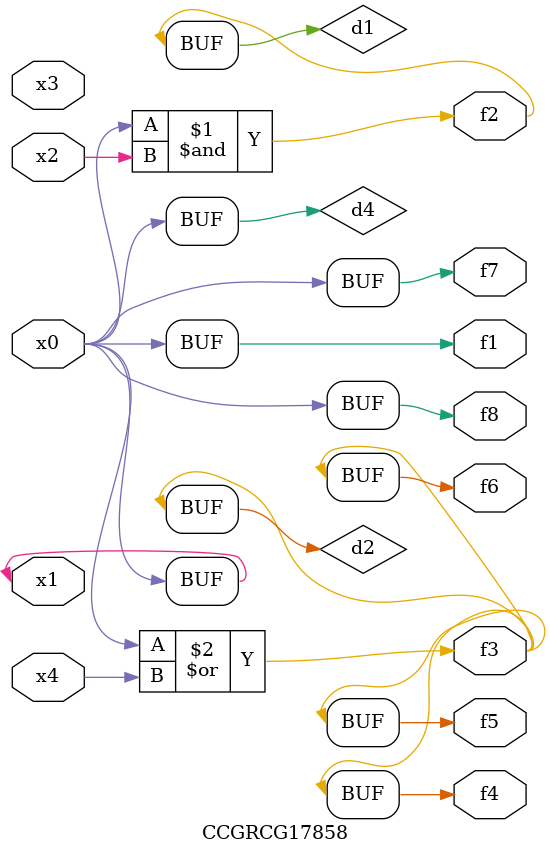
<source format=v>
module CCGRCG17858(
	input x0, x1, x2, x3, x4,
	output f1, f2, f3, f4, f5, f6, f7, f8
);

	wire d1, d2, d3, d4;

	and (d1, x0, x2);
	or (d2, x0, x4);
	nand (d3, x0, x2);
	buf (d4, x0, x1);
	assign f1 = d4;
	assign f2 = d1;
	assign f3 = d2;
	assign f4 = d2;
	assign f5 = d2;
	assign f6 = d2;
	assign f7 = d4;
	assign f8 = d4;
endmodule

</source>
